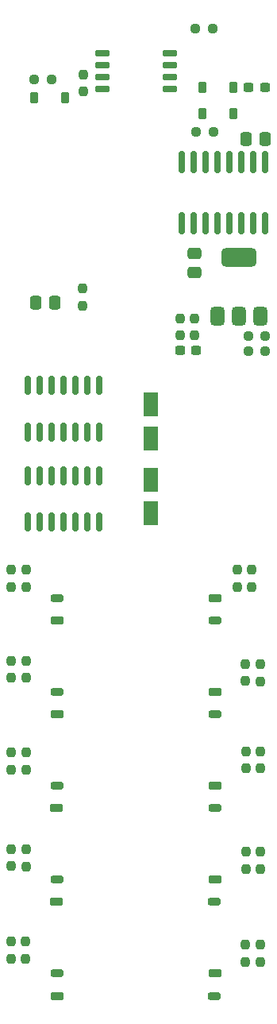
<source format=gbr>
%TF.GenerationSoftware,KiCad,Pcbnew,8.0.5+1*%
%TF.CreationDate,2024-11-27T03:26:14+08:00*%
%TF.ProjectId,MiniDiv v0.3 - Main,4d696e69-4469-4762-9076-302e33202d20,0.3*%
%TF.SameCoordinates,Original*%
%TF.FileFunction,Paste,Bot*%
%TF.FilePolarity,Positive*%
%FSLAX46Y46*%
G04 Gerber Fmt 4.6, Leading zero omitted, Abs format (unit mm)*
G04 Created by KiCad (PCBNEW 8.0.5+1) date 2024-11-27 03:26:14*
%MOMM*%
%LPD*%
G01*
G04 APERTURE LIST*
G04 Aperture macros list*
%AMRoundRect*
0 Rectangle with rounded corners*
0 $1 Rounding radius*
0 $2 $3 $4 $5 $6 $7 $8 $9 X,Y pos of 4 corners*
0 Add a 4 corners polygon primitive as box body*
4,1,4,$2,$3,$4,$5,$6,$7,$8,$9,$2,$3,0*
0 Add four circle primitives for the rounded corners*
1,1,$1+$1,$2,$3*
1,1,$1+$1,$4,$5*
1,1,$1+$1,$6,$7*
1,1,$1+$1,$8,$9*
0 Add four rect primitives between the rounded corners*
20,1,$1+$1,$2,$3,$4,$5,0*
20,1,$1+$1,$4,$5,$6,$7,0*
20,1,$1+$1,$6,$7,$8,$9,0*
20,1,$1+$1,$8,$9,$2,$3,0*%
G04 Aperture macros list end*
%ADD10RoundRect,0.200000X0.500000X-0.200000X0.500000X0.200000X-0.500000X0.200000X-0.500000X-0.200000X0*%
%ADD11RoundRect,0.200000X0.475000X-0.200000X0.475000X0.200000X-0.475000X0.200000X-0.475000X-0.200000X0*%
%ADD12RoundRect,0.200000X-0.500000X0.200000X-0.500000X-0.200000X0.500000X-0.200000X0.500000X0.200000X0*%
%ADD13RoundRect,0.200000X-0.475000X0.200000X-0.475000X-0.200000X0.475000X-0.200000X0.475000X0.200000X0*%
%ADD14RoundRect,0.237500X0.237500X-0.250000X0.237500X0.250000X-0.237500X0.250000X-0.237500X-0.250000X0*%
%ADD15RoundRect,0.250000X-0.475000X0.337500X-0.475000X-0.337500X0.475000X-0.337500X0.475000X0.337500X0*%
%ADD16RoundRect,0.237500X0.300000X0.237500X-0.300000X0.237500X-0.300000X-0.237500X0.300000X-0.237500X0*%
%ADD17RoundRect,0.225000X-0.225000X-0.375000X0.225000X-0.375000X0.225000X0.375000X-0.225000X0.375000X0*%
%ADD18RoundRect,0.237500X-0.237500X0.250000X-0.237500X-0.250000X0.237500X-0.250000X0.237500X0.250000X0*%
%ADD19RoundRect,0.250000X-0.550000X1.050000X-0.550000X-1.050000X0.550000X-1.050000X0.550000X1.050000X0*%
%ADD20RoundRect,0.237500X-0.250000X-0.237500X0.250000X-0.237500X0.250000X0.237500X-0.250000X0.237500X0*%
%ADD21RoundRect,0.237500X0.250000X0.237500X-0.250000X0.237500X-0.250000X-0.237500X0.250000X-0.237500X0*%
%ADD22RoundRect,0.237500X-0.300000X-0.237500X0.300000X-0.237500X0.300000X0.237500X-0.300000X0.237500X0*%
%ADD23RoundRect,0.150000X-0.650000X-0.150000X0.650000X-0.150000X0.650000X0.150000X-0.650000X0.150000X0*%
%ADD24RoundRect,0.375000X0.375000X-0.625000X0.375000X0.625000X-0.375000X0.625000X-0.375000X-0.625000X0*%
%ADD25RoundRect,0.500000X1.400000X-0.500000X1.400000X0.500000X-1.400000X0.500000X-1.400000X-0.500000X0*%
%ADD26RoundRect,0.250000X-0.337500X-0.475000X0.337500X-0.475000X0.337500X0.475000X-0.337500X0.475000X0*%
%ADD27RoundRect,0.150000X-0.150000X0.825000X-0.150000X-0.825000X0.150000X-0.825000X0.150000X0.825000X0*%
%ADD28RoundRect,0.225000X0.225000X0.375000X-0.225000X0.375000X-0.225000X-0.375000X0.225000X-0.375000X0*%
%ADD29RoundRect,0.150000X0.150000X-1.050000X0.150000X1.050000X-0.150000X1.050000X-0.150000X-1.050000X0*%
%ADD30RoundRect,0.250000X0.337500X0.475000X-0.337500X0.475000X-0.337500X-0.475000X0.337500X-0.475000X0*%
G04 APERTURE END LIST*
D10*
%TO.C,J10*%
X113425000Y-142800000D03*
D11*
X113400000Y-145200000D03*
%TD*%
D12*
%TO.C,J3*%
X96575000Y-125200000D03*
D13*
X96600000Y-122800000D03*
%TD*%
D10*
%TO.C,J11*%
X113425000Y-152800000D03*
D11*
X113400000Y-155200000D03*
%TD*%
D10*
%TO.C,J7*%
X113450000Y-112800000D03*
D11*
X113425000Y-115200000D03*
%TD*%
D12*
%TO.C,J2*%
X96575000Y-115200000D03*
D13*
X96600000Y-112800000D03*
%TD*%
D10*
%TO.C,J8*%
X113450000Y-122800000D03*
D11*
X113425000Y-125200000D03*
%TD*%
D12*
%TO.C,J5*%
X96550000Y-145200000D03*
D13*
X96575000Y-142800000D03*
%TD*%
D12*
%TO.C,J6*%
X96575000Y-155200000D03*
D13*
X96600000Y-152800000D03*
%TD*%
D12*
%TO.C,J4*%
X96550000Y-135200000D03*
D13*
X96575000Y-132800000D03*
%TD*%
D10*
%TO.C,J9*%
X113450000Y-132800000D03*
D11*
X113425000Y-135200000D03*
%TD*%
D14*
%TO.C,R22*%
X91700000Y-151250000D03*
X91700000Y-149425000D03*
%TD*%
D15*
%TO.C,C5*%
X111300000Y-76062500D03*
X111300000Y-78137500D03*
%TD*%
D16*
%TO.C,C4*%
X111462500Y-86400000D03*
X109737500Y-86400000D03*
%TD*%
D14*
%TO.C,R17*%
X91700000Y-121300000D03*
X91700000Y-119475000D03*
%TD*%
D17*
%TO.C,D3*%
X112150000Y-58400000D03*
X115450000Y-58400000D03*
%TD*%
D14*
%TO.C,R8*%
X109700000Y-84825000D03*
X109700000Y-83000000D03*
%TD*%
D18*
%TO.C,R9*%
X99300000Y-79825000D03*
X99300000Y-81650000D03*
%TD*%
D19*
%TO.C,C2*%
X106600000Y-92200000D03*
X106600000Y-95800000D03*
%TD*%
D20*
%TO.C,R2*%
X94187500Y-57500000D03*
X96012500Y-57500000D03*
%TD*%
D14*
%TO.C,R4*%
X99450000Y-58812500D03*
X99450000Y-56987500D03*
%TD*%
%TO.C,R25*%
X118310000Y-130955000D03*
X118310000Y-129130000D03*
%TD*%
%TO.C,R15*%
X91700000Y-131100000D03*
X91700000Y-129275000D03*
%TD*%
D18*
%TO.C,R13*%
X93300000Y-139575000D03*
X93300000Y-141400000D03*
%TD*%
%TO.C,R18*%
X93240000Y-149400000D03*
X93240000Y-151225000D03*
%TD*%
D19*
%TO.C,C3*%
X106600000Y-100200000D03*
X106600000Y-103800000D03*
%TD*%
D17*
%TO.C,D2*%
X112150000Y-61200000D03*
X115450000Y-61200000D03*
%TD*%
D21*
%TO.C,R3*%
X113262500Y-63150000D03*
X111437500Y-63150000D03*
%TD*%
%TO.C,R6*%
X118812500Y-86500000D03*
X116987500Y-86500000D03*
%TD*%
D22*
%TO.C,C1*%
X117037500Y-58400000D03*
X118762500Y-58400000D03*
%TD*%
D14*
%TO.C,R14*%
X91740000Y-111632500D03*
X91740000Y-109807500D03*
%TD*%
D18*
%TO.C,R12*%
X93300000Y-129275000D03*
X93300000Y-131100000D03*
%TD*%
%TO.C,R7*%
X111300000Y-83000000D03*
X111300000Y-84825000D03*
%TD*%
%TO.C,R11*%
X93300000Y-119475000D03*
X93300000Y-121300000D03*
%TD*%
D23*
%TO.C,U2*%
X101425000Y-58560000D03*
X101425000Y-57290000D03*
X101425000Y-56020000D03*
X101425000Y-54750000D03*
X108625000Y-54750000D03*
X108625000Y-56020000D03*
X108625000Y-57290000D03*
X108625000Y-58560000D03*
%TD*%
D14*
%TO.C,R24*%
X118280000Y-121687500D03*
X118280000Y-119862500D03*
%TD*%
D18*
%TO.C,R19*%
X115800000Y-109787500D03*
X115800000Y-111612500D03*
%TD*%
D24*
%TO.C,U4*%
X118300000Y-82800000D03*
X116000000Y-82800000D03*
D25*
X116000000Y-76500000D03*
D24*
X113700000Y-82800000D03*
%TD*%
D14*
%TO.C,R10*%
X93300000Y-111632500D03*
X93300000Y-109807500D03*
%TD*%
D26*
%TO.C,C7*%
X94325000Y-81300000D03*
X96400000Y-81300000D03*
%TD*%
D27*
%TO.C,U3*%
X93490000Y-99750000D03*
X94760000Y-99750000D03*
X96030000Y-99750000D03*
X97300000Y-99750000D03*
X98570000Y-99750000D03*
X99840000Y-99750000D03*
X101110000Y-99750000D03*
X101110000Y-104700000D03*
X99840000Y-104700000D03*
X98570000Y-104700000D03*
X97300000Y-104700000D03*
X96030000Y-104700000D03*
X94760000Y-104700000D03*
X93490000Y-104700000D03*
%TD*%
D28*
%TO.C,D1*%
X97475000Y-59500000D03*
X94175000Y-59500000D03*
%TD*%
D18*
%TO.C,R20*%
X116700000Y-119825000D03*
X116700000Y-121650000D03*
%TD*%
D29*
%TO.C,U5*%
X118770000Y-72850000D03*
X117500000Y-72850000D03*
X116230000Y-72850000D03*
X114960000Y-72850000D03*
X113690000Y-72850000D03*
X112420000Y-72850000D03*
X111150000Y-72850000D03*
X109880000Y-72850000D03*
X109880000Y-66350000D03*
X111150000Y-66350000D03*
X112420000Y-66350000D03*
X113690000Y-66350000D03*
X114960000Y-66350000D03*
X116230000Y-66350000D03*
X117500000Y-66350000D03*
X118770000Y-66350000D03*
%TD*%
D14*
%TO.C,R23*%
X117400000Y-111612500D03*
X117400000Y-109787500D03*
%TD*%
%TO.C,R16*%
X91700000Y-141387500D03*
X91700000Y-139562500D03*
%TD*%
D30*
%TO.C,C6*%
X118825000Y-63850000D03*
X116750000Y-63850000D03*
%TD*%
D18*
%TO.C,R27*%
X116700000Y-149775000D03*
X116700000Y-151600000D03*
%TD*%
D20*
%TO.C,R1*%
X111387500Y-52100000D03*
X113212500Y-52100000D03*
%TD*%
D14*
%TO.C,R28*%
X118300000Y-141675000D03*
X118300000Y-139850000D03*
%TD*%
D18*
%TO.C,R26*%
X116750000Y-139837500D03*
X116750000Y-141662500D03*
%TD*%
%TO.C,R21*%
X116750000Y-129117500D03*
X116750000Y-130942500D03*
%TD*%
D14*
%TO.C,R29*%
X118250000Y-151600000D03*
X118250000Y-149775000D03*
%TD*%
D27*
%TO.C,U1*%
X93510000Y-90170000D03*
X94780000Y-90170000D03*
X96050000Y-90170000D03*
X97320000Y-90170000D03*
X98590000Y-90170000D03*
X99860000Y-90170000D03*
X101130000Y-90170000D03*
X101130000Y-95120000D03*
X99860000Y-95120000D03*
X98590000Y-95120000D03*
X97320000Y-95120000D03*
X96050000Y-95120000D03*
X94780000Y-95120000D03*
X93510000Y-95120000D03*
%TD*%
D20*
%TO.C,R5*%
X116987500Y-84900000D03*
X118812500Y-84900000D03*
%TD*%
M02*

</source>
